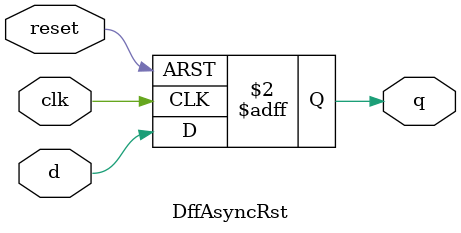
<source format=v>
/**@file
 * @brief     D type Flip Flop with asynchronous reset
 * @author    Igor Lesik
 * @copyright Igor Lesik 2014
 *
 */



//D type flip flop with asynchronous reset
//
module DffAsyncRst (q, d, clk, reset);
   
  parameter WIDTH = 1;

  input  [WIDTH-1:0] d;   // data in
  input              clk;
  input              reset;
  output [WIDTH-1:0] q;   // data out

  reg  [WIDTH-1:0] q;
  
  always @(posedge clk or posedge reset)
      if (reset)
          q[WIDTH-1:0] <= 'h0;
      else
          q[WIDTH-1:0] <= d[WIDTH-1:0];

endmodule


</source>
